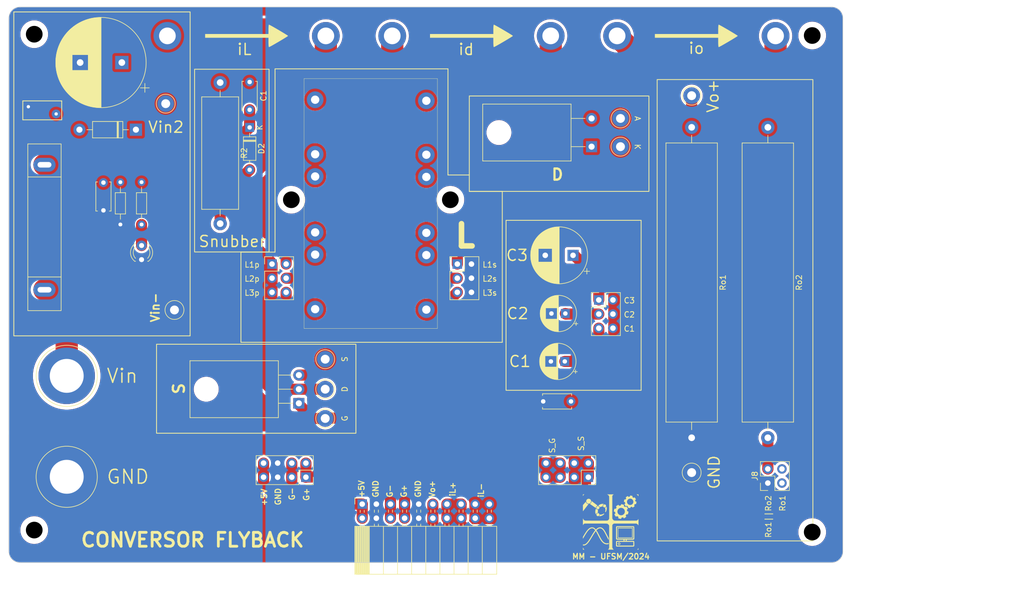
<source format=kicad_pcb>
(kicad_pcb (version 20221018) (generator pcbnew)
  (layers (0 "F.Cu" signal) (31 "B.Cu" signal) (34 "B.Paste" user) (35 "F.Paste" user) (36 "B.SilkS" user "B.Silkscreen") (37 "F.SilkS" user "F.Silkscreen") (38 "B.Mask" user) (39 "F.Mask" user) (44 "Edge.Cuts" user))
  (net 0 "")
  (net 1 "/Vin2")
  (net 2 "GND")
  (net 3 "IL-")
  (net 4 "Net-(D1-A)")
  (net 5 "Net-(D2-A)")
  (net 6 "/Vin")
  (net 7 "15V_F")
  (net 8 "G+")
  (net 9 "IL+")
  (net 10 "Net-(J5-Pin_1)")
  (net 11 "Net-(J5-Pin_3)")
  (net 12 "switch_gate")
  (net 13 "Net-(D3-A)")
  (net 14 "Vo+")
  (net 15 "Net-(D2-K)")
  (net 16 "G-")
  (net 17 "Net-(J7-Pin_4)")
  (net 18 "Net-(J7-Pin_5)")
  (net 19 "Net-(J7-Pin_6)")
  (net 20 "Net-(D4-K)")
  (net 21 "Net-(D4-A)")
  (net 22 "Net-(J4-Pin_2)")
  (net 23 "Net-(J4-Pin_4)")
  (net 24 "Net-(J4-Pin_6)")
  (net 25 "Net-(J5-Pin_5)")
  (net 26 "Net-(J8-Pin_2)")
  (net 27 "Net-(L1-Pad1)")
  (net 28 "Net-(L1-Pad8)")
  (footprint "LED_THT:LED_D3.0mm" (layer "F.Cu") (at 38.862 60.475 90)
    (fp_text reference "D3" hide)
    (fp_text value "LED")
    (pad "1" thru_hole rect (at 0 0 90) (size 1.8 1.8) (drill 0.9) (layers "*.Cu" "*.Mask") (net 3 "IL-"))
    (pad "2" thru_hole circle (at 2.54 0 90) (size 1.8 1.8) (drill 0.9) (layers "*.Cu" "*.Mask") (net 13 "Net-(D3-A)"))
  )
  (footprint "Library:Furo" (layer "F.Cu") (at 19.558 22.499)
    (fp_text reference "H1" hide)
    (fp_text value "MountingHole")
    (pad "" np_thru_hole circle (at 0 -2.6) (size 3 3) (drill 3) (layers "*.Mask") (clearance 1))
  )
  (footprint "Connector_PinHeader_2.54mm:PinHeader_2x02_P2.54mm_Vertical" (layer "F.Cu") (at 151.5 100.696 90)
    (fp_text reference "J8" (at 1.27 -2.33 90) (layer "F.SilkS"))
    (fp_text value "Conn_02x01")
    (pad "1" thru_hole rect (at 0 0 90) (size 1.7 1.7) (drill 1) (layers "*.Cu" "*.Mask") (net 2 "GND"))
    (pad "2" thru_hole oval (at 2.54 0 90) (size 1.7 1.7) (drill 1) (layers "*.Cu" "*.Mask") (net 26 "Net-(J8-Pin_2)"))
    (pad "3" thru_hole oval (at 0 2.54 90) (size 1.7 1.7) (drill 1) (layers "*.Cu" "*.Mask"))
    (pad "4" thru_hole oval (at 2.54 2.54 90) (size 1.7 1.7) (drill 1) (layers "*.Cu" "*.Mask"))
  )
  (footprint "Package_TO_SOT_THT:TO-220-2_Horizontal_TabDown" (layer "F.Cu") (at 119.8 40.14 90)
    (fp_text reference "D4" hide)
    (fp_text value "D")
    (pad "" np_thru_hole oval (at 2.54 -16.66 90) (size 3.5 3.5) (drill 3.5) (layers "*.Cu" "*.Mask"))
    (pad "1" thru_hole rect (at 0 0 90) (size 2 2) (drill 1.1) (layers "*.Cu" "*.Mask") (net 20 "Net-(D4-K)"))
    (pad "2" thru_hole oval (at 5.08 0 90) (size 2 2) (drill 1.1) (layers "*.Cu" "*.Mask") (net 21 "Net-(D4-A)"))
  )
  (footprint "Connector_PinHeader_2.54mm:PinHeader_2x03_P2.54mm_Vertical" (layer "F.Cu") (at 62.325 61.275)
    (fp_text reference "J4" hide)
    (fp_text value "Conn_02x03_Odd_Even")
    (pad "1" thru_hole rect (at 0 0) (size 1.7 1.7) (drill 1) (layers "*.Cu" "*.Mask") (net 5 "Net-(D2-A)"))
    (pad "2" thru_hole oval (at 2.54 0) (size 1.7 1.7) (drill 1) (layers "*.Cu" "*.Mask") (net 22 "Net-(J4-Pin_2)"))
    (pad "3" thru_hole oval (at 0 2.54) (size 1.7 1.7) (drill 1) (layers "*.Cu" "*.Mask") (net 5 "Net-(D2-A)"))
    (pad "4" thru_hole oval (at 2.54 2.54) (size 1.7 1.7) (drill 1) (layers "*.Cu" "*.Mask") (net 23 "Net-(J4-Pin_4)"))
    (pad "5" thru_hole oval (at 0 5.08) (size 1.7 1.7) (drill 1) (layers "*.Cu" "*.Mask") (net 5 "Net-(D2-A)"))
    (pad "6" thru_hole oval (at 2.54 5.08) (size 1.7 1.7) (drill 1) (layers "*.Cu" "*.Mask") (net 24 "Net-(J4-Pin_6)"))
  )
  (footprint "TestPoint:TestPoint_Loop_D2.60mm_Drill1.6mm_Beaded" (layer "F.Cu") (at 71.892 89.068 90)
    (fp_text reference "TP3" hide)
    (fp_text value "TestPoint")
    (pad "1" thru_hole circle (at 0 0 90) (size 3 3) (drill 1.6) (layers "*.Cu" "*.Mask") (net 12 "switch_gate"))
  )
  (footprint "Capacitor_THT:CP_Radial_D6.3mm_P2.50mm" (layer "F.Cu") (at 114.98238 78.8 180)
    (fp_text reference "C6" hide)
    (fp_text value "22u")
    (pad "1" thru_hole rect (at 0 0 180) (size 1.6 1.6) (drill 0.8) (layers "*.Cu" "*.Mask") (net 19 "Net-(J7-Pin_6)"))
    (pad "2" thru_hole circle (at 2.5 0 180) (size 1.6 1.6) (drill 0.8) (layers "*.Cu" "*.Mask") (net 2 "GND"))
  )
  (footprint "LOGO" (layer "F.Cu") (at 57.812114 20.200001)
    (fp_text reference "G***" hide)
    (fp_text value "LOGO" hide)
  )
  (footprint "Connector_PinHeader_2.54mm:PinHeader_2x03_P2.54mm_Vertical" (layer "F.Cu") (at 121.10162 67.735)
    (fp_text reference "J7" hide)
    (fp_text value "Conn_02x03_Counter_Clockwise")
    (pad "1" thru_hole oval (at 2.54 5.08) (size 1.7 1.7) (drill 1) (layers "*.Cu" "*.Mask") (net 20 "Net-(D4-K)"))
    (pad "2" thru_hole oval (at 2.54 2.54) (size 1.7 1.7) (drill 1) (layers "*.Cu" "*.Mask") (net 20 "Net-(D4-K)"))
    (pad "3" thru_hole oval (at 2.54 0) (size 1.7 1.7) (drill 1) (layers "*.Cu" "*.Mask") (net 20 "Net-(D4-K)"))
    (pad "4" thru_hole rect (at 0 0) (size 1.7 1.7) (drill 1) (layers "*.Cu" "*.Mask") (net 17 "Net-(J7-Pin_4)"))
    (pad "5" thru_hole oval (at 0 2.54) (size 1.7 1.7) (drill 1) (layers "*.Cu" "*.Mask") (net 18 "Net-(J7-Pin_5)"))
    (pad "6" thru_hole oval (at 0 5.08) (size 1.7 1.7) (drill 1) (layers "*.Cu" "*.Mask") (net 19 "Net-(J7-Pin_6)"))
  )
  (footprint "TestPoint:TestPoint_Loop_D2.60mm_Drill1.6mm_Beaded" (layer "F.Cu") (at 71.892 78.4 90)
    (fp_text reference "TP5" hide)
    (fp_text value "TestPoint")
    (pad "1" thru_hole circle (at 0 0 90) (size 3 3) (drill 1.6) (layers "*.Cu" "*.Mask") (net 9 "IL+"))
  )
  (footprint "Capacitor_THT:C_Disc_D5.0mm_W2.5mm_P5.00mm" (layer "F.Cu") (at 58.3 28.5 -90)
    (fp_text reference "C1" (at 2.5 -2.5 90) (layer "F.SilkS"))
    (fp_text value "220nF")
    (pad "1" thru_hole circle (at 0 0 270) (size 1.6 1.6) (drill 0.8) (layers "*.Cu" "*.Mask") (net 1 "/Vin2"))
    (pad "2" thru_hole circle (at 5 0 270) (size 1.6 1.6) (drill 0.8) (layers "*.Cu" "*.Mask") (net 15 "Net-(D2-K)"))
  )
  (footprint "Capacitor_THT:CP_Radial_D10.0mm_P5.00mm" (layer "F.Cu") (at 116.467677 59.7 180)
    (fp_text reference "C4" hide)
    (fp_text value "100u")
    (pad "1" thru_hole rect (at 0 0 180) (size 2 2) (drill 1) (layers "*.Cu" "*.Mask") (net 17 "Net-(J7-Pin_4)"))
    (pad "2" thru_hole circle (at 5 0 180) (size 2 2) (drill 1) (layers "*.Cu" "*.Mask") (net 2 "GND"))
  )
  (footprint "TestPoint:TestPoint_Loop_D2.60mm_Drill1.6mm_Beaded" (layer "F.Cu") (at 137.8 30.96 90)
    (fp_text reference "TP11" hide)
    (fp_text value "TestPoint")
    (pad "1" thru_hole circle (at 0 0 90) (size 3 3) (drill 1.6) (layers "*.Cu" "*.Mask") (net 14 "Vo+"))
  )
  (footprint "TestPoint:TestPoint_Loop_D2.60mm_Drill1.6mm_Beaded" (layer "F.Cu") (at 71.892 83.8 90)
    (fp_text reference "TP4" hide)
    (fp_text value "TestPoint")
    (pad "1" thru_hole circle (at 0 0 90) (size 3 3) (drill 1.6) (layers "*.Cu" "*.Mask") (net 5 "Net-(D2-A)"))
  )
  (footprint "LOGO" (layer "F.Cu") (at 123.239881 107.7)
    (fp_text reference "G***" hide)
    (fp_text value "LOGO" hide)
  )
  (footprint "Connector:Banana_Jack_1Pin" (layer "F.Cu") (at 25.4 99.568)
    (fp_text reference "J2" hide)
    (fp_text value "Conn_01x01_Pin")
    (pad "1" thru_hole circle (at 0 0) (size 10.16 10.16) (drill 6.1) (layers "*.Cu" "*.Mask") (net 3 "IL-") (clearance 1))
  )
  (footprint "Resistor_THT:R_Axial_Power_L50.0mm_W9.0mm_P55.88mm" (layer "F.Cu") (at 151.503 36.66 -90)
    (fp_text reference "Ro2" (at 27.94 -5.62 90) (layer "F.SilkS"))
    (fp_text value "100")
    (pad "1" thru_hole circle (at 0 0 270) (size 2.4 2.4) (drill 1.2) (layers "*.Cu" "*.Mask") (net 14 "Vo+"))
    (pad "2" thru_hole oval (at 55.88 0 270) (size 2.4 2.4) (drill 1.2) (layers "*.Cu" "*.Mask") (net 26 "Net-(J8-Pin_2)"))
  )
  (footprint "TestPoint:TestPoint_Loop_D2.60mm_Drill1.6mm_Beaded" (layer "F.Cu") (at 44.78 69.54)
    (fp_text reference "TP2" hide)
    (fp_text value "TestPoint")
    (pad "1" thru_hole circle (at 0 0) (size 3 3) (drill 1.6) (layers "*.Cu" "*.Mask") (net 3 "IL-"))
  )
  (footprint "Diode_THT:D_DO-35_SOD27_P7.62mm_Horizontal" (layer "F.Cu") (at 58.3 36.68 -90)
    (fp_text reference "D2" (at 3.81 -2.12 90) (layer "F.SilkS"))
    (fp_text value "1N4148")
    (fp_text user "K" (at 0 -1.8 90) (layer "F.SilkS"))
    (pad "1" thru_hole rect (at 0 0 270) (size 1.6 1.6) (drill 0.8) (layers "*.Cu" "*.Mask") (net 15 "Net-(D2-K)"))
    (pad "2" thru_hole oval (at 7.62 0 270) (size 1.6 1.6) (drill 0.8) (layers "*.Cu" "*.Mask") (net 5 "Net-(D2-A)"))
  )
  (footprint "Library:Transformer_Flyback" (layer "F.Cu") (at 80.0825 50.375 180)
    (fp_text reference "L1" hide)
    (fp_text value "580uH")
    (pad "1" thru_hole circle (at -10 18.5 180) (size 3 3) (drill 1.5) (layers "*.Cu" "*.Mask") (net 27 "Net-(L1-Pad1)"))
    (pad "2" thru_hole circle (at -10 4.783332 180) (size 3 3) (drill 1.5) (layers "*.Cu" "*.Mask") (net 10 "Net-(J5-Pin_1)"))
    (pad "2" thru_hole circle (at -10 8.783332 180) (size 3 3) (drill 1.5) (layers "*.Cu" "*.Mask") (net 10 "Net-(J5-Pin_1)"))
    (pad "3" thru_hole circle (at -10 -9.283334) (size 3 3) (drill 1.5) (layers "*.Cu" "*.Mask") (net 11 "Net-(J5-Pin_3)"))
    (pad "3" thru_hole circle (at -10 -5.283334) (size 3 3) (drill 1.5) (layers "*.Cu" "*.Mask") (net 11 "Net-(J5-Pin_3)"))
    (pad "4" thru_hole circle (at -10 -19.1) (size 3 3) (drill 1.5) (layers "*.Cu" "*.Mask") (net 25 "Net-(J5-Pin_5)"))
    (pad "5" thru_hole circle (at 10 -19.016666) (size 3 3) (drill 1.5) (layers "*.Cu" "*.Mask") (net 24 "Net-(J4-Pin_6)"))
    (pad "6" thru_hole circle (at 10 -9.2) (size 3 3) (drill 1.5) (layers "*.Cu" "*.Mask") (net 23 "Net-(J4-Pin_4)"))
    (pad "6" thru_hole circle (at 10 -5.2) (size 3 3) (drill 1.5) (layers "*.Cu" "*.Mask") (net 23 "Net-(J4-Pin_4)"))
    (pad "7" thru_hole circle (at 10 4.866666 180) (size 3 3) (drill 1.5) (layers "*.Cu" "*.Mask") (net 22 "Net-(J4-Pin_2)"))
    (pad "7" thru_hole circle (at 10 8.866666 180) (size 3 3) (drill 1.5) (layers "*.Cu" "*.Mask") (net 22 "Net-(J4-Pin_2)"))
    (pad "8" thru_hole circle (at 10 18.683334 180) (size 3 3) (drill 1.5) (layers "*.Cu" "*.Mask") (net 28 "Net-(L1-Pad8)"))
  )
  (footprint "Resistor_THT:R_Axial_DIN0204_L3.6mm_D1.6mm_P7.62mm_Horizontal" (layer "F.Cu") (at 35.052 46.531 -90)
    (fp_text reference "R3" hide)
    (fp_text value "10k")
    (pad "1" thru_hole circle (at 0 0 270) (size 1.4 1.4) (drill 0.7) (layers "*.Cu" "*.Mask") (net 1 "/Vin2"))
    (pad "2" thru_hole oval (at 7.62 0 270) (size 1.4 1.4) (drill 0.7) (layers "*.Cu" "*.Mask") (net 3 "IL-"))
  )
  (footprint "Diode_THT:D_DO-41_SOD81_P10.16mm_Horizontal" (layer "F.Cu") (at 37.846 37.084 180)
    (fp_text reference "D1" hide)
    (fp_text value "1N4007")
    (pad "1" thru_hole rect (at 0 0 180) (size 2.2 2.2) (drill 1.1) (layers "*.Cu" "*.Mask") (net 1 "/Vin2"))
    (pad "2" thru_hole oval (at 10.16 0 180) (size 2.2 2.2) (drill 1.1) (layers "*.Cu" "*.Mask") (net 4 "Net-(D1-A)"))
  )
  (footprint "Library:Testpoint_current" (layer "F.Cu") (at 98.199107 20.2)
    (fp_text reference "TP7" hide)
    (fp_text value "TestPoint_2Pole")
    (pad "1" thru_hole circle (at -14.25 0) (size 5 5) (drill 3) (layers "*.Cu" "*.Mask") (net 27 "Net-(L1-Pad1)"))
    (pad "2" thru_hole circle (at 14.25 0) (size 5 5) (drill 3) (layers "*.Cu" "*.Mask") (net 21 "Net-(D4-A)"))
  )
  (footprint "LOGO" (layer "F.Cu") (at 138.7 20.200001)
    (fp_text reference "G***" hide)
    (fp_text value "LOGO" hide)
  )
  (footprint "Capacitor_THT:C_Disc_D5.0mm_W2.5mm_P5.00mm" (layer "F.Cu") (at 116.1 86 180)
    (fp_text reference "C7" hide)
    (fp_text value "100n")
    (pad "1" thru_hole circle (at 0 0 180) (size 1.6 1.6) (drill 0.8) (layers "*.Cu" "*.Mask") (net 20 "Net-(D4-K)"))
    (pad "2" thru_hole circle (at 5 0 180) (size 1.6 1.6) (drill 0.8) (layers "*.Cu" "*.Mask") (net 2 "GND"))
  )
  (footprint "Connector_PinSocket_2.54mm:PinSocket_2x10_P2.54mm_Horizontal" (layer "F.Cu") (at 78.55 104.484 90)
    (fp_text reference "J6" hide)
    (fp_text value "Conn_02x10_Odd_Even")
    (pad "1" thru_hole rect (at 0 0 90) (size 1.7 1.7) (drill 1) (layers "*.Cu" "*.Mask") (net 7 "15V_F"))
    (pad "2" thru_hole oval (at -2.54 0 90) (size 1.7 1.7) (drill 1) (layers "*.Cu" "*.Mask") (net 7 "15V_F"))
    (pad "3" thru_hole oval (at 0 2.54 90) (size 1.7 1.7) (drill 1) (layers "*.Cu" "*.Mask") (net 2 "GND"))
    (pad "4" thru_hole oval (at -2.54 2.54 90) (size 1.7 1.7) (drill 1) (layers "*.Cu" "*.Mask") (net 2 "GND"))
    (pad "5" thru_hole oval (at 0 5.08 90) (size 1.7 1.7) (drill 1) (layers "*.Cu" "*.Mask") (net 16 "G-"))
    (pad "6" thru_hole oval (at -2.54 5.08 90) (size 1.7 1.7) (drill 1) (layers "*.Cu" "*.Mask") (net 16 "G-"))
    (pad "7" thru_hole oval (at 0 7.62 90) (size 1.7 1.7) (drill 1) (layers "*.Cu" "*.Mask") (net 8 "G+"))
    (pad "8" thru_hole oval (at -2.54 7.62 90) (size 1.7 1.7) (drill 1) (layers "*.Cu" "*.Mask") (net 8 "G+"))
    (pad "9" thru_hole oval (at 0 10.16 90) (size 1.7 1.7) (drill 1) (layers "*.Cu" "*.Mask") (net 2 "GND"))
    (pad "10" thru_hole oval (at -2.54 10.16 90) (size 1.7 1.7) (drill 1) (layers "*.Cu" "*.Mask") (net 2 "GND"))
    (pad "11" thru_hole oval (at 0 12.7 90) (size 1.7 1.7) (drill 1) (layers "*.Cu" "*.Mask") (net 14 "Vo+"))
    (pad "12" thru_hole oval (at -2.54 12.7 90) (size 1.7 1.7) (drill 1) (layers "*.Cu" "*.Mask") (net 14 "Vo+"))
    (pad "13" thru_hole oval (at 0 15.24 90) (size 1.7 1.7) (drill 1) (layers "*.Cu" "*.Mask") (net 9 "IL+"))
    (pad "14" thru_hole oval (at -2.54 15.24 90) (size 1.7 1.7) (drill 1) (layers "*.Cu" "*.Mask") (net 9 "IL+"))
    (pad "15" thru_hole oval (at 0 17.78 90) (size 1.7 1.7) (drill 1) (layers "*.Cu" "*.Mask") (net 9 "IL+"))
    (pad "16" thru_hole oval (at -2.54 17.78 90) (size 1.7 1.7) (drill 1) (layers "*.Cu" "*.Mask") (net 9 "IL+"))
    (pad "17" thru_hole oval (at 0 20.32 90) (size 1.7 1.7) (drill 1) (layers "*.Cu" "*.Mask") (net 3 "IL-"))
    (pad "18" thru_hole oval (at -2.54 20.32 90) (size 1.7 1.7) (drill 1) (layers "*.Cu" "*.Mask") (net 3 "IL-"))
    (pad "19" thru_hole oval (at 0 22.86 90) (size 1.7 1.7) (drill 1) (layers "*.Cu" "*.Mask") (net 3 "IL-"))
    (pad "20" thru_hole oval (at -2.54 22.86 90) (size 1.7 1.7) (drill 1) (layers "*.Cu" "*.Mask") (net 3 "IL-"))
  )
  (footprint "Library:Fuse" (layer "F.Cu") (at 21.4 68.9)
    (fp_text reference "F1" hide)
    (fp_text value "Fuse")
    (pad "1" thru_hole oval (at 0 -3) (size 4 2.5) (drill oval 2.5 1) (layers "*.Cu" "*.Mask") (net 6 "/Vin"))
    (pad "2" thru_hole oval (at 0 -25.5) (size 4 2.5) (drill oval 2.5 1) (layers "*.Cu" "*.Mask") (net 4 "Net-(D1-A)"))
  )
  (footprint "Library:Furo" (layer "F.Cu") (at 19.558 111.76)
    (fp_text reference "H2" hide)
    (fp_text value "MountingHole")
    (pad "" np_thru_hole circle (at 0 -2.6) (size 3 3) (drill 3) (layers "*.Mask") (clearance 1))
  )
  (footprint "Library:Furo" (layer "F.Cu") (at 159.484 112.121)
    (fp_text reference "H4" hide)
    (fp_text value "MountingHole")
    (pad "" np_thru_hole circle (at 0 -2.6) (size 3 3) (drill 3) (layers "*.Mask") (clearance 1))
  )
  (footprint "Library:Testpoint_current" (layer "F.Cu") (at 138.64305 20.2)
    (fp_text reference "TP10" hide)
    (fp_text value "TestPoint_2Pole")
    (pad "1" thru_hole circle (at -14.25 0) (size 5 5) (drill 3) (layers "*.Cu" "*.Mask") (net 20 "Net-(D4-K)"))
    (pad "2" thru_hole circle (at 14.25 0) (size 5 5) (drill 3) (layers "*.Cu" "*.Mask") (net 14 "Vo+"))
  )
  (footprint "TestPoint:TestPoint_Loop_D2.60mm_Drill1.6mm_Beaded" (layer "F.Cu") (at 124.9972 40.14 -90)
    (fp_text reference "TP9" hide)
    (fp_text value "TestPoint")
    (pad "1" thru_hole circle (at 0 0 270) (size 3 3) (drill 1.6) (layers "*.Cu" "*.Mask") (net 20 "Net-(D4-K)"))
  )
  (footprint "Varistor:RV_Disc_D7mm_W3.4mm_P5mm" (layer "F.Cu") (at 23.5 34.25 180)
    (fp_text reference "RV1" hide)
    (fp_text value "Varistor")
    (pad "1" thru_hole circle (at 0 0 180) (size 1.6 1.6) (drill 0.6) (layers "*.Cu" "*.Mask") (net 4 "Net-(D1-A)"))
    (pad "2" thru_hole circle (at 5 1.3 180) (size 1.6 1.6) (drill 0.6) (layers "*.Cu" "*.Mask") (net 3 "IL-"))
  )
  (footprint "Connector:Banana_Jack_1Pin" (layer "F.Cu") (at 25.4 81.4)
    (fp_text reference "J1" hide)
    (fp_text value "Conn_01x01_Pin")
    (pad "1" thru_hole circle (at 0 0) (size 10.16 10.16) (drill 6.1) (layers "*.Cu" "*.Mask") (net 6 "/Vin") (clearance 1))
  )
  (footprint "TestPoint:TestPoint_Loop_D2.60mm_Drill1.6mm_Beaded" (layer "F.Cu") (at 137.8 98.807881 90)
    (fp_text reference "TP12" hide)
    (fp_text value "TestPoint")
    (pad "1" thru_hole circle (at 0 0 90) (size 3 3) (drill 1.6) (layers "*.Cu" "*.Mask") (net 2 "GND"))
  )
  (footprint "Resistor_THT:R_Axial_Power_L20.0mm_W6.4mm_P25.40mm" (layer "F.Cu") (at 53 28.6 -90)
    (fp_text reference "R2" (at 12.7 -4.32 90) (layer "F.SilkS"))
    (fp_text value "470")
    (pad "1" thru_hole circle (at 0 0 270) (size 2.4 2.4) (drill 1.2) (layers "*.Cu" "*.Mask") (net 1 "/Vin2"))
    (pad "2" thru_hole oval (at 25.4 0 270) (size 2.4 2.4) (drill 1.2) (layers "*.Cu" "*.Mask") (net 15 "Net-(D2-K)"))
  )
  (footprint "Package_TO_SOT_THT:TO-220-3_Horizontal_TabDown" (layer "F.Cu") (at 67.152 86.34 90)
    (fp_text reference "Q1" hide)
    (fp_text value "IRF540N")
    (pad "" np_thru_hole oval (at 2.54 -16.66 90) (size 3.5 3.5) (drill 3.5) (layers "*.Cu" "*.Mask"))
    (pad "1" thru_hole rect (at 0 0 90) (size 1.905 2) (drill 1.1) (layers "*.Cu" "*.Mask") (net 12 "switch_gate"))
    (pad "2" thru_hole oval (at 2.54 0 90) (size 1.905 2) (drill 1.1) (layers "*.Cu" "*.Mask") (net 5 "Net-(D2-A)"))
    (pad "3" thru_hole oval (at 5.08 0 90) (size 1.905 2) (drill 1.1) (layers "*.Cu" "*.Mask") (net 9 "IL+"))
  )
  (footprint "Capacitor_THT:CP_Radial_D16.0mm_P7.50mm" (layer "F.Cu") (at 35.312755 25 180)
    (fp_text reference "C2" hide)
    (fp_text value "470u")
    (pad "1" thru_hole rect (at 0 0 180) (size 2.4 2.4) (drill 1.2) (layers "*.Cu" "*.Mask") (net 1 "/Vin2"))
    (pad "2" thru_hole circle (at 7.5 0 180) (size 2.4 2.4) (drill 1.2) (layers "*.Cu" "*.Mask") (net 3 "IL-"))
  )
  (footprint "Library:Testpoint_current" (layer "F.Cu") (at 57.755164 20.2)
    (fp_text reference "TP6" hide)
    (fp_text value "TestPoint_2Pole")
    (pad "1" thru_hole circle (at -14.25 0) (size 5 5) (drill 3) (layers "*.Cu" "*.Mask") (net 1 "/Vin2"))
    (pad "2" thru_hole circle (at 14.25 0) (size 5 5) (drill 3) (layers "*.Cu" "*.Mask") (net 28 "Net-(L1-Pad8)"))
  )
  (footprint "Connector_PinHeader_2.54mm:PinHeader_2x03_P2.54mm_Vertical" (layer "F.Cu") (at 95.655 61.275)
    (fp_text reference "J5" hide)
    (fp_text value "Conn_02x03_Odd_Even")
    (pad "1" thru_hole rect (at 0 0) (size 1.7 1.7) (drill 1) (layers "*.Cu" "*.Mask") (net 10 "Net-(J5-Pin_1)"))
    (pad "2" thru_hole oval (at 2.54 0) (size 1.7 1.7) (drill 1) (layers "*.Cu" "*.Mask") (net 2 "GND"))
    (pad "3" thru_hole oval (at 0 2.54) (size 1.7 1.7) (drill 1) (layers "*.Cu" "*.Mask") (net 11 "Net-(J5-Pin_3)"))
    (pad "4" thru_hole oval (at 2.54 2.54) (size 1.7 1.7) (drill 1) (layers "*.Cu" "*.Mask") (net 2 "GND"))
    (pad "5" thru_hole oval (at 0 5.08) (size 1.7 1.7) (drill 1) (layers "*.Cu" "*.Mask") (net 25 "Net-(J5-Pin_5)"))
    (pad "6" thru_hole oval (at 2.54 5.08) (size 1.7 1.7) (drill 1) (layers "*.Cu" "*.Mask") (net 2 "GND"))
  )
  (footprint "Capacitor_THT:C_Disc_D5.0mm_W2.5mm_P5.00mm" (layer "F.Cu") (at 32.004 46.611 -90)
    (fp_text reference "C3" hide)
    (fp_text value "100n")
    (pad "1" thru_hole circle (at 0 0 270) (size 1.6 1.6) (drill 0.8) (layers "*.Cu" "*.Mask") (net 1 "/Vin2"))
    (pad "2" thru_hole circle (at 5 0 270) (size 1.6 1.6) (drill 0.8) (layers "*.Cu" "*.Mask") (net 3 "IL-"))
  )
  (footprint "Resistor_THT:R_Axial_Power_L50.0mm_W9.0mm_P55.88mm" (layer "F.Cu") (at 137.8 36.66 -90)
    (fp_text reference "Ro1" (at 27.94 -5.62 90) (layer "F.SilkS"))
    (fp_text value "100")
    (pad "1" thru_hole circle (at 0 0 270) (size 2.4 2.4) (drill 1.2) (layers "*.Cu" "*.Mask") (net 14 "Vo+"))
    (pad "2" thru_hole oval (at 55.88 0 270) (size 2.4 2.4) (drill 1.2) (layers "*.Cu" "*.Mask") (net 2 "GND"))
  )
  (footprint "LOGO" (layer "F.Cu") (at 98.256057 20.200001)
    (fp_text reference "G***" hide)
    (fp_text value "LOGO" hide)
  )
  (footprint "Resistor_THT:R_Axial_DIN0204_L3.6mm_D1.6mm_P7.62mm_Horizontal" (layer "F.Cu") (at 38.862 46.531 -90)
    (fp_text reference "R1" hide)
    (fp_text value "1.5k")
    (pad "1" thru_hole circle (at 0 0 270) (size 1.4 1.4) (drill 0.7) (layers "*.Cu" "*.Mask") (net 1 "/Vin2"))
    (pad "2" thru_hole oval (at 7.62 0 270) (size 1.4 1.4) (drill 0.7) (layers "*.Cu" "*.Mask") (net 13 "Net-(D3-A)"))
  )
  (footprint "TestPoint:TestPoint_Loop_D2.60mm_Drill1.6mm_Beaded" (layer "F.Cu") (at 43.202976 32.4)
    (fp_text reference "TP1" hide)
    (fp_text value "TestPoint")
    (pad "1" thru_hole circle (at 0 0) (size 3 3) (drill 1.6) (layers "*.Cu" "*.Mask") (net 1 "/Vin2"))
  )
  (footprint "Library:Furo" (layer "F.Cu") (at 65.8 52.3)
    (fp_text reference "H6" hide)
    (fp_text value "MountingHole")
    (pad "" np_thru_hole circle (at 0 -2.6) (size 3 3) (drill 3) (layers "*.Mask") (clearance 1))
  )
  (footprint "Library:Furo" (layer "F.Cu") (at 94.4 52.3)
    (fp_text reference "H5" hide)
    (fp_text value "MountingHole")
    (pad "" np_thru_hole circle (at 0 -2.6) (size 3 3) (drill 3) (layers "*.Mask") (clearance 1))
  )
  (footprint "Library:GateDriver" (layer "F.Cu") (at 68.42 99.64 -90)
    (fp_text reference "J3" hide)
    (fp_text value "Conn_gatedriver")
    (pad "1" thru_hole oval (at -2.54 -50.8 270) (size 1.7 1.7) (drill 1) (layers "*.Cu" "*.Mask") (net 9 "IL+"))
    (pad "1" thru_hole rect (at 0 -50.8 270) (size 1.7 1.7) (drill 1) (layers "*.Cu" "*.Mask") (net 9 "IL+"))
    (pad "2" thru_hole oval (at -2.54 -48.26 270) (size 1.7 1.7) (drill 1) (layers "*.Cu" "*.Mask") (net 9 "IL+"))
    (pad "2" thru_hole oval (at 0 -48.26 270) (size 1.7 1.7) (drill 1) (layers "*.Cu" "*.Mask") (net 9 "IL+"))
    (pad "3" thru_hole oval (at -2.54 -45.72 270) (size 1.7 1.7) (drill 1) (layers "*.Cu" "*.Mask") (net 12 "switch_gate"))
    (pad "3" thru_hole oval (at 0 -45.72 270) (size 1.7 1.7) (drill 1) (layers "*.Cu" "*.Mask") (net 12 "switch_gate"))
    (pad "4" thru_hole oval (at -2.54 -43.18 270) (size 1.7 1.7) (drill 1) (layers "*.Cu" "*.Mask") (net 12 "switch_gate"))
    (pad "4" thru_hole oval (at 0 -43.18 270) (size 1.7 1.7) (drill 1) (layers "*.Cu" "*.Mask") (net 12 "switch_gate"))
    (pad "5" thru_hole oval (at -2.54 0 270) (size 1.7 1.7) (drill 1) (layers "*.Cu" "*.Mask") (net 8 "G+"))
    (pad "5" thru_hole rect (at 0 0 270) (size 1.7 1.7) (drill 1) (layers "*.Cu" "*.Mask") (net 8 "G+"))
    (pad "6" thru_hole oval (at -2.54 2.54 270) (size 1.7 1.7) (drill 1) (layers "*.Cu" "*.Mask") (net 16 "G-"))
    (pad "6" thru_hole oval (at 0 2.54 270) (size 1.7 1.7) (drill 1) (layers "*.Cu" "*.Mask") (net 16 "G-"))
    (pad "7" thru_hole oval (at -2.54 5.08 270) (size 1.7 1.7) (drill 1) (layers "*.Cu" "*.Mask") (net 2 "GND"))
    (pad "7" thru_hole oval (at 0 5.08 270) (size 1.7 1.7) (drill 1) (layers "*.Cu" "*.Mask") (net 2 "GND"))
    (pad "8" thru_hole oval (at -2.54 7.62 270) (size 1.7 1.7) (drill 1) (layers "*.Cu" "*.Mask") (net 7 "15V_F"))
    (pad "8" thru_hole oval (at 0 7.62 270) (size 1.7 1.7) (drill 1) (layers "*.Cu" "*.Mask") (net 7 "15V_F"))
  )
  (footprint "TestPoint:TestPoint_Loop_D2.60mm_Drill1.6mm_Beaded" (layer "F.Cu") (at 124.9972 35.06 -90)
    (fp_text reference "TP8" hide)
    (fp_text value "TestPoint")
    (pad "1" thru_hole circle (at 0 0 270) (size 3 3) (drill 1.6) (layers "*.Cu" "*.Mask") (net 21 "Net-(D4-A)"))
  )
  (footprint "Capacitor_THT:CP_Radial_D6.3mm_P2.50mm" (layer "F.Cu") (at 115.08238 70.175 180)
    (fp_text reference "C5" hide)
    (fp_text value "47u")
    (pad "1" thru_hole rect (at 0 0 180) (size 1.6 1.6) (drill 0.8) (layers "*.Cu" "*.Mask") (net 18 "Net-(J7-Pin_5)"))
    (pad "2" thru_hole circle (at 2.5 0 180) (size 1.6 1.6) (drill 0.8) (layers "*.Cu" "*.Mask") (net 2 "GND"))
  )
  (footprint "Library:Furo" (layer "F.Cu") (at 159.484 22.733)
    (fp_text reference "H3" hide)
    (fp_text value "MountingHole")
    (pad "" np_thru_hole circle (at 0 -2.6) (size 3 3) (drill 3) (layers "*.Mask" "Eco1.User") (clearance 1))
  )
  (gr_rect (start 131.6 28.068) (end 159.6 111.108) (stroke (width 0.15)) (fill none) (layer "F.SilkS"))
  (gr_line (start 93.97 26.13) (end 62.87 26.13) (stroke (width 0.15)) (layer "F.SilkS"))
  (gr_line (start 56.73 59.12) (end 56.73 75.36) (stroke (width 0.15)) (layer "F.SilkS"))
  (gr_line (start 62.87 59.12) (end 56.73 59.12) (stroke (width 0.15)) (layer "F.SilkS"))
  (gr_rect (start 41.56 75.71) (end 77.41 91.73) (stroke (width 0.15)) (fill none) (layer "F.SilkS"))
  (gr_rect (start 97.81 31.02) (end 130.11 48.2) (stroke (width 0.15)) (fill none) (layer "F.SilkS"))
  (gr_line (start 62.87 26.19) (end 62.87 59.12) (stroke (width 0.15)) (layer "F.SilkS"))
  (gr_line (start 103.74 48.21) (end 97.81 48.21) (stroke (width 0.15)) (layer "F.SilkS"))
  (gr_line (start 93.97 45.24) (end 93.97 26.13) (stroke (width 0.15)) (layer "F.SilkS"))
  (gr_line (start 56.73 75.36) (end 103.74 75.36) (stroke (width 0.15)) (layer "F.SilkS"))
  (gr_rect (start 104.41762 53.4) (end 128.71762 84) (stroke (width 0.15)) (fill none) (layer "F.SilkS"))
  (gr_rect (start 15.882235 15.882235) (end 47.6 74.2) (stroke (width 0.15)) (fill none) (layer "F.SilkS"))
  (gr_line (start 103.74 75.36) (end 103.74 48.21) (stroke (width 0.15)) (layer "F.SilkS"))
  (gr_line (start 97.79 45.24) (end 93.97 45.24) (stroke (width 0.15)) (layer "F.SilkS"))
  (gr_rect (start 48.4 26.2) (end 61.8 59.1) (stroke (width 0.15)) (fill none) (layer "F.SilkS"))
  (gr_arc (start 15 17) (mid 15.585786 15.585786) (end 17 15) (stroke (width 0.1)) (layer "Edge.Cuts"))
  (gr_line (start 15 17) (end 15 113) (stroke (width 0.1)) (layer "Edge.Cuts"))
  (gr_arc (start 165 113) (mid 164.414214 114.414214) (end 163 115) (stroke (width 0.1)) (layer "Edge.Cuts"))
  (gr_arc (start 17 115) (mid 15.585786 114.414214) (end 15 113) (stroke (width 0.1)) (layer "Edge.Cuts"))
  (gr_line (start 17 115) (end 163 115) (stroke (width 0.1)) (layer "Edge.Cuts"))
  (gr_line (start 165 113) (end 165 17) (stroke (width 0.1)) (layer "Edge.Cuts"))
  (gr_line (start 163 15) (end 17 15) (stroke (width 0.1)) (layer "Edge.Cuts"))
  (gr_arc (start 163 15) (mid 164.414214 15.585786) (end 165 17) (stroke (width 0.1)) (layer "Edge.Cuts"))
  (gr_text "GND" (at 81.5525 103.4 90) (layer "F.SilkS") (effects (font (size 1 1) (thickness 0.2) bold) (justify left bottom)))
  (gr_text "C2" (at 106.5 70.175) (layer "F.SilkS") (effects (font (size 2 2) (thickness 0.25))))
  (gr_text "S_G" (at 113.3 95.4 90) (layer "F.SilkS") (effects (font (size 1 1)) (justify left bottom)))
  (gr_text "iL" (at 55.9 23.8) (layer "F.SilkS") (effects (font (size 2 2) (thickness 0.25)) (justify left bottom)))
  (gr_text "C2" (at 125.51762 70.9625) (layer "F.SilkS") (effects (font (size 1 1)) (justify left bottom)))
  (gr_text "CONVERSOR FLYBACK" (at 27.7 112.4) (layer "F.SilkS") (effects (font (size 2.5 2.5) (thickness 0.5) bold) (justify left bottom)))
  (gr_text "io" (at 137.1 23.6) (layer "F.SilkS") (effects (font (size 2 2) (thickness 0.25)) (justify left bottom)))
  (gr_text "L3p" (at 57.3 67.0425) (layer "F.SilkS") (effects (font (size 1 1)) (justify left bottom)))
  (gr_text "C3" (at 106.4 59.7) (layer "F.SilkS") (effects (font (size 2 2) (thickness 0.25))))
  (gr_text "L2s" (at 100.1 64.5025) (layer "F.SilkS") (effects (font (size 1 1)) (justify left bottom)))
  (gr_text "L3s" (at 100.1 67.0425) (layer "F.SilkS") (effects (font (size 1 1)) (justify left bottom)))
  (gr_text "G-" (at 66.5 103.9 90) (layer "F.SilkS") (effects (font (size 1 1) (thickness 0.2) bold) (justify left bottom)))
  (gr_text "D" (at 76 84.3875 90) (layer "F.SilkS") (effects (font (size 1 1)) (justify left bottom)))
  (gr_text "C1" (at 106.9 78.8) (layer "F.SilkS") (effects (font (size 2 2) (thickness 0.25))))
  (gr_text "GND" (at 89.1725 103.4 90) (layer "F.SilkS") (effects (font (size 1 1) (thickness 0.2) bold) (justify left bottom)))
  (gr_text "S" (at 76 78.96369 90) (layer "F.SilkS") (effects (font (size 1 1)) (justify left bottom)))
  (gr_text "L" (at 97.07 56.21) (layer "F.SilkS") (effects (font (size 4 4) (thickness 1) bold)))
  (gr_text "C3" (at 125.51762 68.4225) (layer "F.SilkS") (effects (font (size 1 1)) (justify left bottom)))
  (gr_text "MM - UFSM/2024" (at 116.2 114.5) (layer "F.SilkS") (effects (font (size 1 1) (thickness 0.2) bold) (justify left bottom)))
  (gr_text "GND" (at 36.4 99.568) (layer "F.SilkS") (effects (font (size 2.5 2.5) (thickness 0.25))))
  (gr_text "K" (at 127.4812 39.5525 -90) (layer "F.SilkS") (effects (font (size 1 1)) (justify left bottom)))
  (gr_text "GND" (at 64 104.8 90) (layer "F.SilkS") (effects (font (size 1 1) (thickness 0.2) bold) (justify left bottom)))
  (gr_text "Snubber" (at 55.2 57.2) (layer "F.SilkS") (effects (font (size 2 2) (thickness 0.25))))
  (gr_text "Vin-" (at 42.2 71.9 90) (layer "F.SilkS") (effects (font (size 1.5 1.5) (thickness 0.3) bold) (justify left bottom)))
  (gr_text "GND" (at 143 101.968 90) (layer "F.SilkS") (effects (font (size 2 2) (thickness 0.25)) (justify left bottom)))
  (gr_text "Vin" (at 35.388095 81.4) (layer "F.SilkS") (effects (font (size 2.5 2.5) (thickness 0.25))))
  (gr_text "Ro1" (at 154.7305 105.868 90) (layer "F.SilkS") (effects (font (size 1 1)) (justify left bottom)))
  (gr_text "G" (at 76 89.6555 90) (layer "F.SilkS") (effects (font (size 1 1)) (justify left bottom)))
  (gr_text "S" (at 44.22 82.481619 -90) (layer "F.SilkS") (effects (font (size 2 2) (thickness 0.4) bold) (justify left bottom)))
  (gr_text "L1s" (at 100.1 61.9625) (layer "F.SilkS") (effects (font (size 1 1)) (justify left bottom)))
  (gr_text "iL-" (at 100.5 103.4 90) (layer "F.SilkS") (effects (font (size 1 1) (thickness 0.2) bold) (justify left bottom)))
  (gr_text "id" (at 95.7 23.8) (layer "F.SilkS") (effects (font (size 2 2) (thickness 0.25)) (justify left bottom)))
  (gr_text "L1p" (at 57.3 61.9625) (layer "F.SilkS") (effects (font (size 1 1)) (justify left bottom)))
  (gr_text "C1" (at 125.51762 73.5025) (layer "F.SilkS") (effects (font (size 1 1)) (justify left bottom)))
  (gr_text "G-" (at 84.0925 103.4 90) (layer "F.SilkS") (effects (font (size 1 1) (thickness 0.2) bold) (justify left bottom)))
  (gr_text "G+" (at 86.6325 103.4 90) (layer "F.SilkS") (effects (font (size 1 1) (thickness 0.2) bold) (justify left bottom)))
  (gr_text "+5V" (at 79.0125 103.4 90) (layer "F.SilkS") (effects (font (size 1 1) (thickness 0.2) bold) (justify left bottom)))
  (gr_text "S_S" (at 118.5 95 90) (layer "F.SilkS") (effects (font (size 1 1)) (justify left bottom)))
  (gr_text "iL+" (at 95.4 103.2 90) (layer "F.SilkS") (effects (font (size 1 1) (thickness 0.2) bold) (justify left bottom)))
  (gr_text "Vin2" (at 39.9 37.8) (layer "F.SilkS") (effects (font (size 2 2) (thickness 0.25)) (justify left bottom)))
  (gr_text "+5V" (at 61.5 104.9 90) (layer "F.SilkS") (effects (font (size 1 1) (thickness 0.2) bold) (justify left bottom)))
  (gr_text "D" (at 112.39435 46.34) (layer "F.SilkS") (effects (font (size 2 2) (thickness 0.4) bold) (justify left bottom)))
  (gr_text "Vo+" (at 142.8 34.1805 90) (layer "F.SilkS") (effects (font (size 2 2) (thickness 0.25)) (justify left bottom)))
  (gr_text "A" (at 127.4812 34.543929 -90) (layer "F.SilkS") (effects (font (size 1 1)) (justify left bottom)))
  (gr_text "Vo+" (at 91.7125 103.4 90) (layer "F.SilkS") (effects (font (size 1 1) (thickness 0.2) bold) (justify left bottom)))
  (gr_text "Ro1||Ro2" (at 152.1905 110.629905 90) (layer "F.SilkS") (effects (font (size 1 1)) (justify left bottom)))
  (gr_text "G+" (at 69.1 104 90) (layer "F.SilkS") (effects (font (size 1 1) (thickness 0.2) bold) (justify left bottom)))
  (gr_text "L2p" (at 57.3 64.5025) (layer "F.SilkS") (effects (font (size 1 1)) (justify left bottom)))
  (segment (start 21.4 43.4) (end 25.4 43.4) (width 4) (layer "F.Cu") (net 4))
  (segment (start 25.4 43.4) (end 27.686 41.114) (width 4) (layer "F.Cu") (net 4))
  (segment (start 26.334 37.084) (end 23.5 34.25) (width 4) (layer "F.Cu") (net 4))
  (segment (start 27.686 37.084) (end 26.334 37.084) (width 4) (layer "F.Cu") (net 4))
  (segment (start 27.686 41.114) (end 27.686 37.084) (width 4) (layer "F.Cu") (net 4))
  (segment (start 62.325 61.275) (end 62.325 66.355) (width 2) (layer "F.Cu") (net 5))
  (segment (start 63.6 83.8) (end 63.3 83.5) (width 2) (layer "F.Cu") (net 5))
  (segment (start 71.892 83.8) (end 63.6 83.8) (width 2) (layer "F.Cu") (net 5))
  (segment (start 59.5 59.7) (end 61.3 61.5) (width 4) (layer "F.Cu") (net 5))
  (segment (start 57.4 45.2) (end 57.4 57.6) (width 2) (layer "F.Cu") (net 5))
  (segment (start 57.4 57.6) (end 59.5 59.7) (width 2) (layer "F.Cu") (net 5))
  (segment (start 61.3 81.5) (end 63.3 83.5) (width 4) (layer "F.Cu") (net 5))
  (segment (start 58.3 44.3) (end 57.4 45.2) (width 2) (layer "F.Cu") (net 5))
  (segment (start 61.3 61.5) (end 61.3 81.5) (width 4) (layer "F.Cu") (net 5))
  (segment (start 23.3 65.9) (end 21.4 65.9) (width 4) (layer "F.Cu") (net 6))
  (segment (start 25.4 81.4) (end 25.4 68) (width 4) (layer "F.Cu") (net 6))
  (segment (start 25.4 68) (end 23.3 65.9) (width 4) (layer "F.Cu") (net 6))
  (segment (start 78.55 104.484) (end 64.441919 104.484) (width 2) (layer "F.Cu") (net 7))
  (segment (start 78.55 107.024) (end 78.55 104.484) (width 2) (layer "F.Cu") (net 7))
  (segment (start 64.441919 104.484) (end 60.8 100.842081) (width 2) (layer "F.Cu") (net 7))
  (segment (start 60.8 100.842081) (end 60.8 97.1) (width 2) (layer "F.Cu") (net 7))
  (segment (start 68.42 99.64) (end 68.42 97.1) (width 2) (layer "F.Cu") (net 8))
  (segment (start 86.17 104.484) (end 86.17 102.710649) (width 2) (layer "F.Cu") (net 8))
  (segment (start 83.059351 99.6) (end 68.46 99.6) (width 2) (layer "F.Cu") (net 8))
  (segment (start 86.17 102.710649) (end 83.059351 99.6) (width 2) (layer "F.Cu") (net 8))
  (segment (start 86.17 107.024) (end 86.17 104.484) (width 2) (layer "F.Cu") (net 8))
  (segment (start 68.46 99.6) (end 68.42 99.64) (width 2) (layer "F.Cu") (net 8))
  (segment (start 118.1 95.68) (end 116.68 97.1) (width 2) (layer "F.Cu") (net 9))
  (segment (start 93.79 104.484) (end 93.79 107.024) (width 2) (layer "F.Cu") (net 9))
  (segment (start 69.032 81.26) (end 71.892 78.4) (width 2) (layer "F.Cu") (net 9))
  (segment (start 100.5 92.7) (end 116 92.7) (width 4) (layer "F.Cu") (net 9))
  (segment (start 96.33 104.484) (end 95.107 105.707) (width 2) (layer "F.Cu") (net 9))
  (segment (start 117.7 94.4) (end 117.7 104.2) (width 4) (layer "F.Cu") (net 9))
  (segment (start 95.107 108.407) (end 95.107 105.707) (width 4) (layer "F.Cu") (net 9))
  (segment (start 97.3 110.6) (end 95.107 108.407) (width 4) (layer "F.Cu") (net 9))
  (segment (start 96.33 104.484) (end 96.33 107.024) (width 2) (layer "F.Cu") (net 9))
  (segment (start 119.22 99.64) (end 119.22 97.1) (width 2) (layer "F.Cu") (net 9))
  (segment (start 86.2 78.4) (end 100.5 92.7) (width 4) (layer "F.Cu") (net 9))
  (segment (start 111.3 110.6) (end 97.3 110.6) (width 4) (layer "F.Cu") (net 9))
  (segment (start 96.33 104.484) (end 93.79 104.484) (width 2) (layer "F.Cu") (net 9))
  (segment (start 71.892 78.4) (end 86.2 78.4) (width 4) (layer "F.Cu") (net 9))
  (segment (start 95.107 105.707) (end 93.79 107.024) (width 2) (layer "F.Cu") (net 9))
  (segment (start 96.33 107.024) (end 93.79 107.024) (width 2) (layer "F.Cu") (net 9))
  (segment (start 67.152 81.26) (end 69.032 81.26) (width 2) (layer "F.Cu") (net 9))
  (segment (start 116 92.7) (end 117.7 94.4) (width 4) (layer "F.Cu") (net 9))
  (segment (start 116.68 97.1) (end 119.22 97.1) (width 2) (layer "F.Cu") (net 9))
  (segment (start 117.7 104.2) (end 111.3 110.6) (width 4) (layer "F.Cu") (net 9))
  (segment (start 98.9 46.7) (end 98.9 55) (width 4) (layer "F.Cu") (net 10))
  (segment (start 98.9 55) (end 98 55.9) (width 4) (layer "F.Cu") (net 10))
  (segment (start 93.791668 41.591668) (end 98.4 46.2) (width 4) (layer "F.Cu") (net 10))
  (segment (start 98.4 46.2) (end 98.9 46.7) (width 4) (layer "F.Cu") (net 10))
  (segment (start 90.0825 41.591668) (end 90.0825 45.591668) (width 4) (layer "F.Cu") (net 10))
  (segment (start 95.655 61.275) (end 95.655 58.245) (width 2) (layer "F.Cu") (net 10))
  (segment (start 95.655 58.245) (end 98 55.9) (width 2) (layer "F.Cu") (net 10))
  (segment (start 90.0825 41.591668) (end 93.791668 41.591668) (width 4) (layer "F.Cu") (net 10))
  (segment (start 90.0825 62.2825) (end 91.6 63.8) (width 4) (layer "F.Cu") (net 11))
  (segment (start 90.0825 59.658334) (end 90.0825 62.2825) (width 4) (layer "F.Cu") (net 11))
  (segment (start 95.655 63.815) (end 91.615 63.815) (width 2) (layer "F.Cu") (net 11))
  (segment (start 91.615 63.815) (end 91.6 63.8) (width 2) (layer "F.Cu") (net 11))
  (segment (start 90.0825 55.658334) (end 90.0825 59.658334) (width 4) (layer "F.Cu") (net 11))
  (segment (start 71.892 89.068) (end 69.668 89.068) (width 2) (layer "F.Cu") (net 12))
  (segment (start 111.6 97.1) (end 111.6 99.64) (width 2) (layer "F.Cu") (net 12))
  (segment (start 114.14 99.64) (end 111.6 99.64) (width 2) (layer "F.Cu") (net 12))
  (segment (start 114.14 97.1) (end 114.14 99.64) (width 2) (layer "F.Cu") (net 12))
  (segment (start 111.6 97.1) (end 114.14 99.64) (width 2) (layer "F.Cu") (net 12))
  (segment (start 71.96 89) (end 71.892 89.068) (width 2) (layer "F.Cu") (net 12))
  (segment (start 111.6 97.1) (end 96.074516 97.1) (width 2) (layer "F.Cu") (net 12))
  (segment (start 67.152 86.552) (end 67.152 86.34) (width 2) (layer "F.Cu") (net 12))
  (segment (start 69.668 89.068) (end 67.152 86.552) (width 2) (layer "F.Cu") (net 12))
  (segment (start 114.14 97.1) (end 111.6 97.1) (width 2) (layer "F.Cu") (net 12))
  (segment (start 96.074516 97.1) (end 87.974516 89) (width 2) (layer "F.Cu") (net 12))
  (segment (start 87.974516 89) (end 71.96 89) (width 2) (layer "F.Cu") (net 12))
  (segment (start 38.862 54.151) (end 38.862 57.935) (width 2) (layer "F.Cu") (net 13))
  (segment (start 152.89305 20.2) (end 152.89305 35.26995) (width 4) (layer "F.Cu") (net 14))
  (segment (start 95.974516 113.8) (end 121.5 113.8) (width 2) (layer "F.Cu") (net 14))
  (segment (start 91.25 104.484) (end 91.25 107.024) (width 2) (layer "F.Cu") (net 14))
  (segment (start 136.14 36.66) (end 137.8 36.66) (width 2) (layer "F.Cu") (net 14))
  (segment (start 132.4 102.9) (end 132.4 40.4) (width 2) (layer "F.Cu") (net 14))
  (segment (start 91.25 107.024) (end 91.25 109.075484) (width 2) (layer "F.Cu") (net 14))
  (segment (start 121.5 113.8) (end 132.4 102.9) (width 2) (layer "F.Cu") (net 14))
  (segment (start 152.89305 35.26995) (end 151.503 36.66) (width 4) (layer "F.Cu") (net 14))
  (segment (start 132.4 40.4) (end 136.14 36.66) (width 2) (layer "F.Cu") (net 14))
  (segment (start 91.25 109.075484) (end 95.974516 113.8) (width 2) (layer "F.Cu") (net 14))
  (segment (start 137.8 30.96) (end 137.8 36.66) (width 2) (layer "F.Cu") (net 14))
  (segment (start 151.503 36.66) (end 137.8 36.66) (width 4) (layer "F.Cu") (net 14))
  (segment (start 58.3 33.5) (end 58.3 36.68) (width 2) (layer "F.Cu") (net 15))
  (segment (start 53 54) (end 53 41.98) (width 2) (layer "F.Cu") (net 15))
  (segment (start 53 41.98) (end 58.3 36.68) (width 2) (layer "F.Cu") (net 15))
  (segment (start 83.63 107.024) (end 83.63 104.484) (width 2) (layer "F.Cu") (net 16))
  (segment (start 66.97 102.1) (end 65.88 101.01) (width 2) (layer "F.Cu") (net 16))
  (segment (start 65.88 101.01) (end 65.88 99.64) (width 2) (layer "F.Cu") (net 16))
  (segment (start 82.448081 102.1) (end 66.97 102.1) (width 2) (layer "F.Cu") (net 16))
  (segment (start 65.88 99.64) (end 65.88 97.1) (width 2) (layer "F.Cu") (net 16))
  (segment (start 83.63 103.281919) (end 82.448081 102.1) (width 2) (layer "F.Cu") (net 16))
  (segment (start 83.63 104.484) (end 83.63 103.281919) (width 2) (layer "F.Cu") (net 16))
  (segment (start 116.7 59.7) (end 116.467677 59.7) (width 2) (layer "F.Cu") (net 17))
  (segment (start 121.10162 67.735) (end 121.10162 64.10162) (width 2) (layer "F.Cu") (net 17))
  (segment (start 121.10162 64.10162) (end 116.7 59.7) (width 2) (layer "F.Cu") (net 17))
  (segment (start 115.18238 70.275) (end 115.08238 70.175) (width 2) (layer "F.Cu") (net 18))
  (segment (start 121.10162 70.275) (end 115.18238 70.275) (width 2) (layer "F.Cu") (net 18))
  (segment (start 121.10162 72.815) (end 121.10162 74.09838) (width 2) (layer "F.Cu") (net 19))
  (segment (start 116.4 78.8) (end 114.98238 78.8) (width 2) (layer "F.Cu") (net 19))
  (segment (start 121.10162 74.09838) (end 116.4 78.8) (width 2) (layer "F.Cu") (net 19))
  (segment (start 127.06 40.14) (end 130.8 36.4) (width 4) (layer "F.Cu") (net 20))
  (segment (start 124.8 40.3372) (end 124.8 78.7) (width 4) (layer "F.Cu") (net 20))
  (segment (start 130.8 36.4) (end 130.8 26.60695) (width 4) (layer "F.Cu") (net 20))
  (segment (start 130.8 26.60695) (end 124.39305 20.2) (width 4) (layer "F.Cu") (net 20))
  (segment (start 119.8 40.14) (end 124.9972 40.14) (width 4) (layer "F.Cu") (net 20))
  (segment (start 124.9972 40.14) (end 124.8 40.3372) (width 4) (layer "F.Cu") (net 20))
  (segment (start 124.8 78.7) (end 117.5 86) (width 4) (layer "F.Cu") (net 20))
  (segment (start 117.5 86) (end 116.1 86) (width 4) (layer "F.Cu") (net 20))
  (segment (start 124.9972 40.14) (end 127.06 40.14) (width 4) (layer "F.Cu") (net 20))
  (segment (start 112.449107 20.2) (end 112.449107 27.709107) (width 4) (layer "F.Cu") (net 21))
  (segment (start 119.8 35.06) (end 124.9972 35.06) (width 4) (layer "F.Cu") (net 21))
  (segment (start 112.449107 27.709107) (end 119.8 35.06) (width 4) (layer "F.Cu") (net 21))
  (segment (start 67.627705 41.508334) (end 61.3 47.836039) (width 4) (layer "F.Cu") (net 22))
  (segment (start 64.865 61.275) (end 64.865 57.765) (width 2) (layer "F.Cu") (net 22))
  (segment (start 64.865 57.765) (end 64.8 57.7) (width 2) (layer "F.Cu") (net 22))
  (segment (start 61.3 54.2) (end 64.8 57.7) (width 4) (layer "F.Cu") (net 22))
  (segment (start 61.3 47.836039) (end 61.3 54.2) (width 4) (layer "F.Cu") (net 22))
  (segment (start 70.0825 41.508334) (end 70.0825 45.508334) (width 4) (layer "F.Cu") (net 22))
  (segment (start 70.0825 41.508334) (end 67.627705 41.508334) (width 4) (layer "F.Cu") (net 22))
  (segment (start 70.0825 55.575) (end 70.0825 62.7175) (width 4) (layer "F.Cu") (net 23))
  (segment (start 64.865 63.815) (end 68.985 63.815) (width 2) (layer "F.Cu") (net 23))
  (segment (start 68.985 63.815) (end 69.1 63.7) (width 2) (layer "F.Cu") (net 23))
  (segment (start 70.0825 62.7175) (end 69.1 63.7) (width 4) (layer "F.Cu") (net 23))
  (segment (start 64.865 68.048332) (end 66.208334 69.391666) (width 2) (layer "F.Cu") (net 24))
  (segment (start 64.865 66.355) (end 64.865 68.048332) (width 2) (layer "F.Cu") (net 24))
  (segment (start 70.0825 69.391666) (end 66.208334 69.391666) (width 4) (layer "F.Cu") (net 24))
  (segment (start 94.025 69.475) (end 94.4 69.1) (width 4) (layer "F.Cu") (net 25))
  (segment (start 90.0825 69.475) (end 94.025 69.475) (width 4) (layer "F.Cu") (net 25))
  (segment (start 95.655 66.355) (end 94.4 67.61) (width 2) (layer "F.Cu") (net 25))
  (segment (start 94.4 67.61) (end 94.4 69.1) (width 2) (layer "F.Cu") (net 25))
  (segment (start 151.503 98.153) (end 151.5 98.156) (width 2) (layer "F.Cu") (net 26))
  (segment (start 151.503 92.54) (end 151.503 98.153) (width 2) (layer "F.Cu") (net 26))
  (segment (start 90.0825 31.875) (end 84.7 26.4925) (width 4) (layer "F.Cu") (net 27))
  (segment (start 84.7 26.2) (end 83.949107 25.449107) (width 4) (layer "F.Cu") (net 27))
  (segment (start 84.7 26.4925) (end 84.7 26.2) (width 4) (layer "F.Cu") (net 27))
  (segment (start 83.949107 25.449107) (end 83.949107 20.2) (width 4) (layer "F.Cu") (net 27))
  (segment (start 72.005164 20.2) (end 72.005164 29.769002) (width 4) (layer "F.Cu") (net 28))
  (segment (start 72.005164 29.769002) (end 70.0825 31.691666) (width 4) (layer "F.Cu") (net 28))
  (zone (net 3) (net_name "IL-") (layer "F.Cu") (priority 4) (connect_pads yes (clearance 0.5)) (min_thickness 0.3) (fill yes (thermal_gap 0.5) (thermal_bridge_width 0.5) (island_removal_mode 1) (island_area_min 10))
    (polygon (pts (xy 13.6 91.9) (xy 13.6 116.8) (xy 13.9 117.1) (xy 105.6 117.1) (xy 105.6 91.9)))
  )
  (zone (net 1) (net_name "/Vin2") (layer "F.Cu") (priority 3) (connect_pads yes (clearance 0.5)) (min_thickness 0.25) (fill yes (thermal_gap 0.5) (thermal_bridge_width 0.5))
    (polygon (pts (xy 30.48 17.05) (xy 30.48 48.604) (xy 63.12 48.604) (xy 63.12 17.05)))
  )
  (zone (net 0) (net_name "") (layer "F.Cu") (connect_pads yes (clearance 0.5)) (min_thickness 0.3) (fill yes (thermal_gap 0.5) (thermal_bridge_width 0.5) (island_removal_mode 1) (island_area_min 10))
    (polygon (pts (xy 13.4 13.8) (xy 13.4 120) (xy 176 120) (xy 176.3 119.7) (xy 176.3 13.8)))
  )
  (zone (net 3) (net_name "IL-") (layer "B.Cu") (connect_pads yes (clearance 0.5)) (min_thickness 0.3) (fill yes (thermal_gap 0.5) (thermal_bridge_width 0.5) (island_removal_mode 1) (island_area_min 10))
    (polygon (pts (xy 14.4 14.4) (xy 14.4 116.2) (xy 60.9 116.2) (xy 60.9 14.4)))
  )
  (zone (net 2) (net_name "GND") (layer "B.Cu") (priority 1) (connect_pads yes (clearance 0.5)) (min_thickness 0.3) (fill yes (thermal_gap 0.5) (thermal_bridge_width 0.5) (island_removal_mode 1) (island_area_min 10))
    (polygon (pts (xy 61.14 13.74) (xy 61.14 115.754) (xy 197.587 115.754) (xy 197.587 13.74)))
  )
)
</source>
